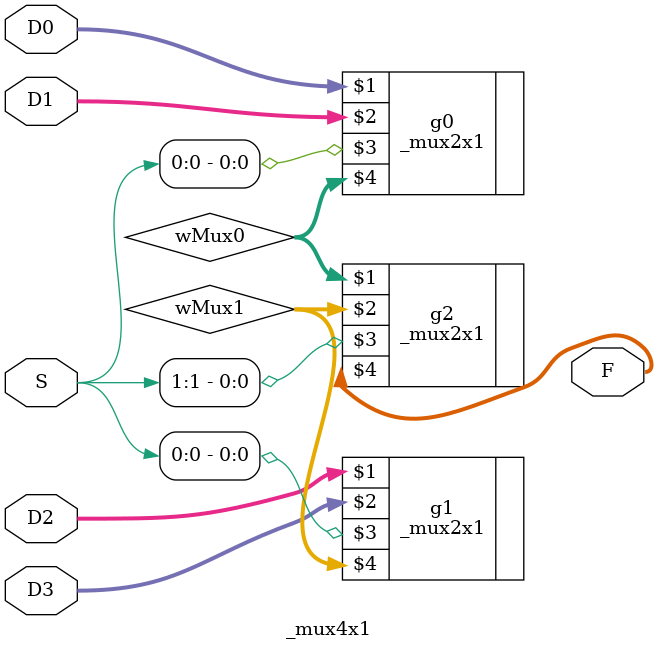
<source format=v>
module _mux4x1(
	input [31:0]D0,
	input [31:0]D1,
	input [31:0]D2,
	input [31:0]D3,
	input [1:0]S,
	output [31:0]F);
	
	wire [31:0]wMux0;
	wire [31:0]wMux1;
	
	_mux2x1 g0(D0,D1,S[0],wMux0);
	_mux2x1 g1(D2,D3,S[0],wMux1);
	_mux2x1 g2(wMux0,wMux1,S[1],F);
	

endmodule
</source>
